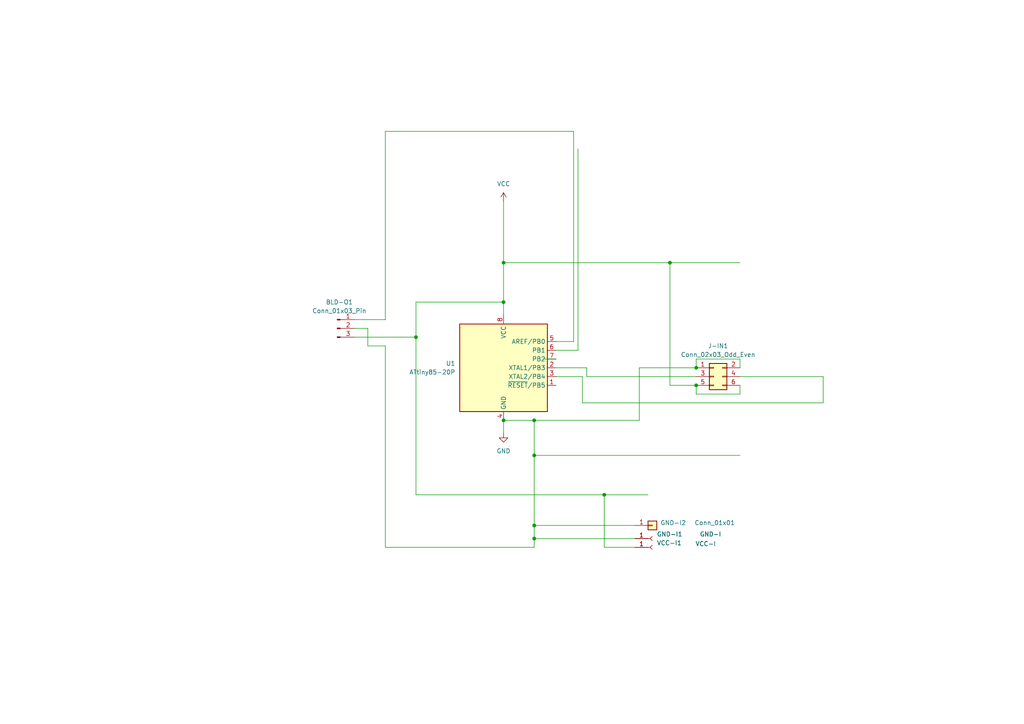
<source format=kicad_sch>
(kicad_sch (version 20250114) (generator "eeschema") (generator_version "9.0")
  (paper "A4")
  (lib_symbols
    (symbol "Connector:Conn_01x01_Socket" (pin_names (offset 1.016) (hide yes))
      (property "Reference" "J" (at 0 2.54 0))
      (property "Value" "Conn_01x01_Socket" (at 0 -2.54 0))
      (symbol "Conn_01x01_Socket_1_1"
        (polyline (pts (xy -1.27 0) (xy -0.508 0)) (stroke (width 0.1524)))
        (arc (start 0 -0.508) (mid -0.5058 0) (end 0 0.508) (stroke (width 0.1524)))
        (pin passive line (at -5.08 0 0) (length 3.81) (name "Pin_1") (number "1"))
      )
    )
    (symbol "Connector:Conn_01x03_Pin" (pin_names (offset 1.016) (hide yes))
      (property "Reference" "J" (at 0 5.08 0))
      (property "Value" "Conn_01x03_Pin" (at 0 -5.08 0))
      (symbol "Conn_01x03_Pin_1_1"
        (rectangle (start 0.8636 2.667) (end 0 2.413) (stroke (width 0.1524)) (fill (type outline)))
        (rectangle (start 0.8636 0.127) (end 0 -0.127) (stroke (width 0.1524)) (fill (type outline)))
        (rectangle (start 0.8636 -2.413) (end 0 -2.667) (stroke (width 0.1524)) (fill (type outline)))
        (polyline (pts (xy 1.27 2.54) (xy 0.8636 2.54)) (stroke (width 0.1524)))
        (polyline (pts (xy 1.27 0) (xy 0.8636 0)) (stroke (width 0.1524)))
        (polyline (pts (xy 1.27 -2.54) (xy 0.8636 -2.54)) (stroke (width 0.1524)))
        (pin passive line (at 5.08 2.54 180) (length 3.81) (name "Pin_1") (number "1"))
        (pin passive line (at 5.08 0 180) (length 3.81) (name "Pin_2") (number "2"))
        (pin passive line (at 5.08 -2.54 180) (length 3.81) (name "Pin_3") (number "3"))
      )
    )
    (symbol "Connector_Generic:Conn_01x01" (pin_names (offset 1.016) (hide yes))
      (property "Reference" "J" (at 0 2.54 0))
      (property "Value" "Conn_01x01" (at 0 -2.54 0))
      (symbol "Conn_01x01_1_1"
        (rectangle (start -1.27 1.27) (end 1.27 -1.27) (stroke (width 0.254)) (fill (type background)))
        (rectangle (start -1.27 0.127) (end 0 -0.127) (stroke (width 0.1524)))
        (pin passive line (at -5.08 0 0) (length 3.81) (name "Pin_1") (number "1"))
      )
    )
    (symbol "Connector_Generic:Conn_02x03_Odd_Even" (pin_names (offset 1.016) (hide yes))
      (property "Reference" "J" (at 1.27 5.08 0))
      (property "Value" "Conn_02x03_Odd_Even" (at 1.27 -5.08 0))
      (symbol "Conn_02x03_Odd_Even_1_1"
        (rectangle (start -1.27 3.81) (end 3.81 -3.81) (stroke (width 0.254)) (fill (type background)))
        (rectangle (start -1.27 2.667) (end 0 2.413) (stroke (width 0.1524)))
        (rectangle (start -1.27 0.127) (end 0 -0.127) (stroke (width 0.1524)))
        (rectangle (start -1.27 -2.413) (end 0 -2.667) (stroke (width 0.1524)))
        (rectangle (start 3.81 2.667) (end 2.54 2.413) (stroke (width 0.1524)))
        (rectangle (start 3.81 0.127) (end 2.54 -0.127) (stroke (width 0.1524)))
        (rectangle (start 3.81 -2.413) (end 2.54 -2.667) (stroke (width 0.1524)))
        (pin passive line (at -5.08 2.54 0) (length 3.81) (name "Pin_1") (number "1"))
        (pin passive line (at -5.08 0 0) (length 3.81) (name "Pin_3") (number "3"))
        (pin passive line (at -5.08 -2.54 0) (length 3.81) (name "Pin_5") (number "5"))
        (pin passive line (at 7.62 2.54 180) (length 3.81) (name "Pin_2") (number "2"))
        (pin passive line (at 7.62 0 180) (length 3.81) (name "Pin_4") (number "4"))
        (pin passive line (at 7.62 -2.54 180) (length 3.81) (name "Pin_6") (number "6"))
      )
    )
    (symbol "MCU_Microchip_ATtiny:ATtiny85-20P"
      (property "Reference" "U" (at -12.7 13.97 0))
      (property "Value" "ATtiny85-20P" (at 2.54 -13.97 0))
      (symbol "ATtiny85-20P_0_1"
        (rectangle (start -12.7 -12.7) (end 12.7 12.7) (stroke (width 0.254)) (fill (type background)))
      )
      (symbol "ATtiny85-20P_1_1"
        (pin power_in line (at 0 15.24 270) (length 2.54) (name "VCC") (number "8"))
        (pin power_in line (at 0 -15.24 90) (length 2.54) (name "GND") (number "4"))
        (pin bidirectional line (at 15.24 7.62 180) (length 2.54) (name "AREF/PB0") (number "5"))
        (pin bidirectional line (at 15.24 5.08 180) (length 2.54) (name "PB1") (number "6"))
        (pin bidirectional line (at 15.24 2.54 180) (length 2.54) (name "PB2") (number "7"))
        (pin bidirectional line (at 15.24 0 180) (length 2.54) (name "XTAL1/PB3") (number "2"))
        (pin bidirectional line (at 15.24 -2.54 180) (length 2.54) (name "XTAL2/PB4") (number "3"))
        (pin bidirectional line (at 15.24 -5.08 180) (length 2.54) (name "~{RESET}/PB5") (number "1"))
      )
    )
    (symbol "power:GND" (power) (pin_names (offset 0))
      (property "Value" "GND" (at 0 -3.81 0))
      (symbol "GND_0_1"
        (polyline (pts (xy 0 0) (xy 0 -1.27) (xy 1.27 -1.27) (xy 0 -2.54) (xy -1.27 -1.27) (xy 0 -1.27)))
      )
      (symbol "GND_1_1"
        (pin power_in line (at 0 0 270) (length 0) (hide yes) (name "GND") (number "1"))
      )
    )
    (symbol "power:VCC" (power) (pin_names (offset 0))
      (property "Value" "VCC" (at 0 3.81 0))
      (symbol "VCC_0_1"
        (polyline (pts (xy -0.762 1.27) (xy 0 2.54)))
        (polyline (pts (xy 0 2.54) (xy 0.762 1.27)))
        (polyline (pts (xy 0 0) (xy 0 2.54)))
      )
      (symbol "VCC_1_1"
        (pin power_in line (at 0 0 90) (length 0) (hide yes) (name "VCC") (number "1"))
      )
    )
  )
  (junction (at 154.94 152.4))
  (junction (at 146.05 87.63))
  (junction (at 120.65 97.79))
  (junction (at 154.94 121.92))
  (junction (at 146.05 121.92))
  (junction (at 175.26 143.51))
  (junction (at 146.05 76.2))
  (junction (at 154.94 132.08))
  (junction (at 201.93 106.68))
  (junction (at 201.93 111.76))
  (junction (at 154.94 156.21))
  (junction (at 194.31 76.2))
  (wire (pts (xy 201.93 109.22) (xy 170.18 109.22)))
  (wire (pts (xy 194.31 76.2) (xy 214.63 76.2)))
  (wire (pts (xy 201.93 104.14) (xy 201.93 106.68)))
  (wire (pts (xy 120.65 143.51) (xy 175.26 143.51)))
  (wire (pts (xy 214.63 104.14) (xy 201.93 104.14)))
  (wire (pts (xy 111.76 158.75) (xy 154.94 158.75)))
  (wire (pts (xy 146.05 121.92) (xy 146.05 125.73)))
  (wire (pts (xy 120.65 87.63) (xy 120.65 97.79)))
  (wire (pts (xy 102.87 97.79) (xy 120.65 97.79)))
  (wire (pts (xy 102.87 92.71) (xy 111.76 92.71)))
  (wire (pts (xy 238.76 116.84) (xy 238.76 109.22)))
  (wire (pts (xy 154.94 121.92) (xy 154.94 132.08)))
  (wire (pts (xy 175.26 158.75) (xy 175.26 143.51)))
  (wire (pts (xy 238.76 109.22) (xy 214.63 109.22)))
  (wire (pts (xy 106.68 100.33) (xy 106.68 95.25)))
  (wire (pts (xy 214.63 106.68) (xy 214.63 104.14)))
  (wire (pts (xy 201.93 111.76) (xy 194.31 111.76)))
  (wire (pts (xy 146.05 87.63) (xy 146.05 91.44)))
  (wire (pts (xy 168.91 116.84) (xy 238.76 116.84)))
  (wire (pts (xy 185.42 106.68) (xy 201.93 106.68)))
  (wire (pts (xy 214.63 114.3) (xy 201.93 114.3)))
  (wire (pts (xy 194.31 111.76) (xy 194.31 76.2)))
  (wire (pts (xy 154.94 156.21) (xy 154.94 158.75)))
  (wire (pts (xy 166.37 38.1) (xy 166.37 99.06)))
  (wire (pts (xy 154.94 152.4) (xy 154.94 156.21)))
  (wire (pts (xy 184.15 152.4) (xy 154.94 152.4)))
  (wire (pts (xy 146.05 76.2) (xy 146.05 87.63)))
  (wire (pts (xy 201.93 114.3) (xy 201.93 111.76)))
  (wire (pts (xy 120.65 97.79) (xy 120.65 143.51)))
  (wire (pts (xy 106.68 100.33) (xy 111.76 100.33)))
  (wire (pts (xy 161.29 106.68) (xy 170.18 106.68)))
  (wire (pts (xy 146.05 76.2) (xy 194.31 76.2)))
  (wire (pts (xy 106.68 95.25) (xy 102.87 95.25)))
  (wire (pts (xy 214.63 132.08) (xy 154.94 132.08)))
  (wire (pts (xy 187.96 143.51) (xy 175.26 143.51)))
  (wire (pts (xy 166.37 99.06) (xy 161.29 99.06)))
  (wire (pts (xy 111.76 38.1) (xy 111.76 92.71)))
  (wire (pts (xy 167.64 43.18) (xy 167.64 101.6)))
  (wire (pts (xy 111.76 100.33) (xy 111.76 158.75)))
  (wire (pts (xy 157.48 104.14) (xy 161.29 104.14)))
  (wire (pts (xy 146.05 58.42) (xy 146.05 76.2)))
  (wire (pts (xy 111.76 38.1) (xy 166.37 38.1)))
  (wire (pts (xy 154.94 132.08) (xy 154.94 152.4)))
  (wire (pts (xy 184.15 156.21) (xy 154.94 156.21)))
  (wire (pts (xy 120.65 87.63) (xy 146.05 87.63)))
  (wire (pts (xy 154.94 121.92) (xy 185.42 121.92)))
  (wire (pts (xy 167.64 101.6) (xy 161.29 101.6)))
  (wire (pts (xy 214.63 111.76) (xy 214.63 114.3)))
  (wire (pts (xy 170.18 109.22) (xy 170.18 106.68)))
  (wire (pts (xy 184.15 158.75) (xy 175.26 158.75)))
  (wire (pts (xy 161.29 109.22) (xy 168.91 109.22)))
  (wire (pts (xy 168.91 109.22) (xy 168.91 116.84)))
  (wire (pts (xy 146.05 121.92) (xy 154.94 121.92)))
  (wire (pts (xy 185.42 121.92) (xy 185.42 106.68)))
  (symbol (lib_id "Connector:Conn_01x03_Pin") (at 97.79 95.25 0) (unit 1)
    (property "Reference" "BLD-O1" (at 98.425 87.63 0))
    (property "Value" "Conn_01x03_Pin" (at 98.425 90.17 0))
    (property "Footprint" "Connector_JST:JST_PH_S3B-PH-K_1x03_P2.00mm_Horizontal" (effects (hide yes)))
    (property "Description" "Generic connector, single row, 01x03, script generated" (effects (hide yes)))
  )
  (symbol (lib_id "Connector:Conn_01x01_Socket") (at 189.23 158.75 0) (unit 1)
    (property "Reference" "VCC-I1" (at 190.5 157.4799 0) (effects (justify left)))
    (property "Value" "VCC-I" (at 201.676 157.734 0) (effects (justify left)))
    (property "Footprint" "Connector_Wire:SolderWire-0.15sqmm_1x01_D0.5mm_OD1.5mm" (effects (hide yes)))
    (property "Description" "Generic connector, single row, 01x01, script generated" (effects (hide yes)))
  )
  (symbol (lib_id "Connector_Generic:Conn_01x01") (at 189.23 152.4 0) (unit 1)
    (property "Reference" "GND-I2" (at 191.516 151.638 0) (effects (justify left)))
    (property "Value" "Conn_01x01" (at 201.422 151.638 0) (effects (justify left)))
    (property "Footprint" "Connector_Wire:SolderWire-0.15sqmm_1x01_D0.5mm_OD1.5mm" (effects (hide yes)))
    (property "Description" "Generic connector, single row, 01x01, script generated (kicad-library-utils/schlib/autogen/connector/)" (effects (hide yes)))
  )
  (symbol (lib_id "Connector_Generic:Conn_02x03_Odd_Even") (at 207.01 109.22 0) (unit 1)
    (property "Reference" "J-IN1" (at 208.28 100.33 0))
    (property "Value" "Conn_02x03_Odd_Even" (at 208.28 102.87 0))
    (property "Footprint" "Connector_PinHeader_2.54mm:PinHeader_2x03_P2.54mm_Vertical" (effects (hide yes)))
    (property "Description" "Generic connector, double row, 02x03, odd/even pin numbering scheme (row 1 odd numbers, row 2 even numbers), script generated (kicad-library-utils/schlib/autogen/connector/)" (effects (hide yes)))
  )
  (symbol (lib_id "Connector:Conn_01x01_Socket") (at 189.23 156.21 0) (unit 1)
    (property "Reference" "GND-I1" (at 190.5 154.9399 0) (effects (justify left)))
    (property "Value" "GND-I" (at 202.946 154.94 0) (effects (justify left)))
    (property "Footprint" "Connector_Wire:SolderWire-0.15sqmm_1x01_D0.5mm_OD1.5mm" (effects (hide yes)))
    (property "Description" "Generic connector, single row, 01x01, script generated" (effects (hide yes)))
  )
  (symbol (lib_id "MCU_Microchip_ATtiny:ATtiny85-20P") (at 146.05 106.68 0) (unit 1)
    (property "Reference" "U1" (at 132.08 105.4099 0) (effects (justify right)))
    (property "Value" "ATtiny85-20P" (at 132.08 107.9499 0) (effects (justify right)))
    (property "Footprint" "Package_DIP:DIP-8_W7.62mm" (effects (hide yes)))
    (property "Datasheet" "http://ww1.microchip.com/downloads/en/DeviceDoc/atmel-2586-avr-8-bit-microcontroller-attiny25-attiny45-attiny85_datasheet.pdf" (effects (hide yes)))
  )
  (symbol (lib_id "power:VCC") (at 146.05 58.42 0) (unit 1)
    (property "Reference" "#PWR0102" (effects (hide yes)))
    (property "Value" "VCC" (at 146.05 53.34 0))
  )
  (symbol (lib_id "power:GND") (at 146.05 125.73 0) (unit 1)
    (property "Reference" "#PWR0101" (effects (hide yes)))
    (property "Value" "GND" (at 146.05 130.81 0))
  )
)
</source>
